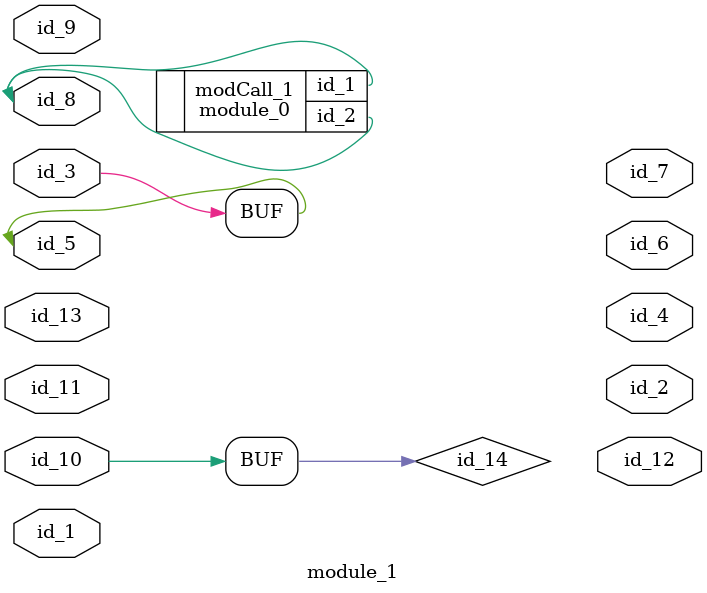
<source format=v>
module module_0 (
    id_1,
    id_2
);
  inout wire id_2;
  inout wire id_1;
  wire id_3;
endmodule
module module_1 (
    id_1,
    id_2,
    id_3,
    id_4,
    id_5,
    id_6,
    id_7,
    id_8,
    id_9,
    id_10,
    id_11,
    id_12,
    id_13
);
  input wire id_13;
  output wire id_12;
  inout wire id_11;
  inout wire id_10;
  inout wire id_9;
  inout wire id_8;
  output wire id_7;
  output wire id_6;
  inout wire id_5;
  output wire id_4;
  inout wire id_3;
  output wire id_2;
  input wire id_1;
  assign id_5 = id_3;
  wire id_14 = id_10;
  module_0 modCall_1 (
      id_8,
      id_8
  );
  wire id_15;
endmodule

</source>
